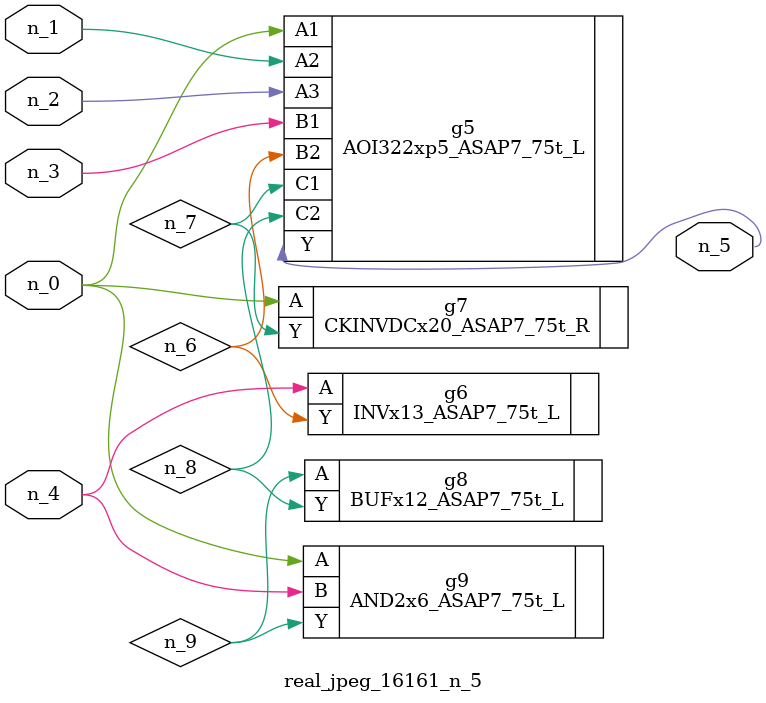
<source format=v>
module real_jpeg_16161_n_5 (n_4, n_0, n_1, n_2, n_3, n_5);

input n_4;
input n_0;
input n_1;
input n_2;
input n_3;

output n_5;

wire n_8;
wire n_6;
wire n_7;
wire n_9;

AOI322xp5_ASAP7_75t_L g5 ( 
.A1(n_0),
.A2(n_1),
.A3(n_2),
.B1(n_3),
.B2(n_6),
.C1(n_7),
.C2(n_8),
.Y(n_5)
);

CKINVDCx20_ASAP7_75t_R g7 ( 
.A(n_0),
.Y(n_7)
);

AND2x6_ASAP7_75t_L g9 ( 
.A(n_0),
.B(n_4),
.Y(n_9)
);

INVx13_ASAP7_75t_L g6 ( 
.A(n_4),
.Y(n_6)
);

BUFx12_ASAP7_75t_L g8 ( 
.A(n_9),
.Y(n_8)
);


endmodule
</source>
